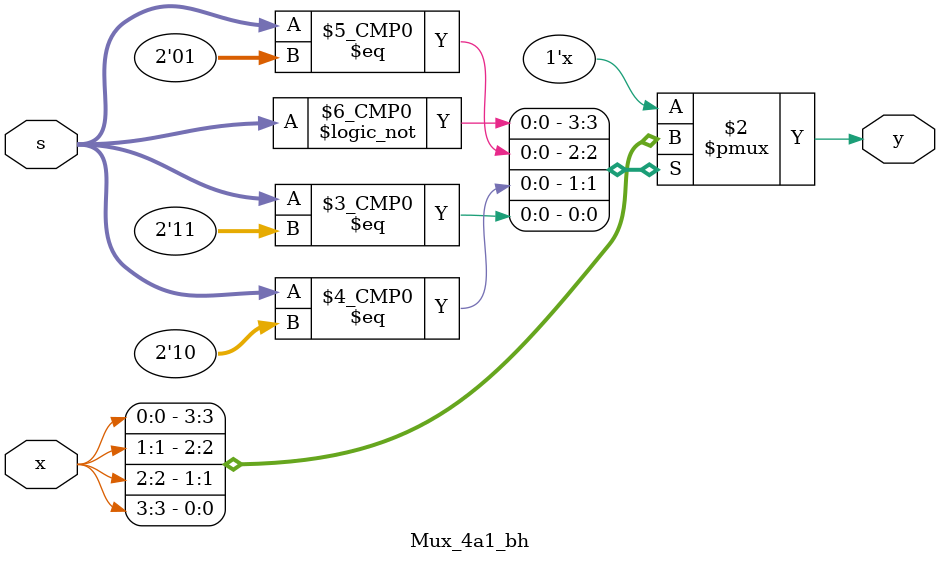
<source format=v>

`timescale 1ps / 1ps

module Mux_4a1_bh (y ,x ,s);
	input [3:0] x;
	input [1:0] s;
	
	output reg y;
	
	always @(*)
		case(s)
			2'd0: y=x[0];
			2'd1: y=x[1];
			2'd2: y=x[2];
			2'd3: y=x[3];
		endcase
endmodule

</source>
